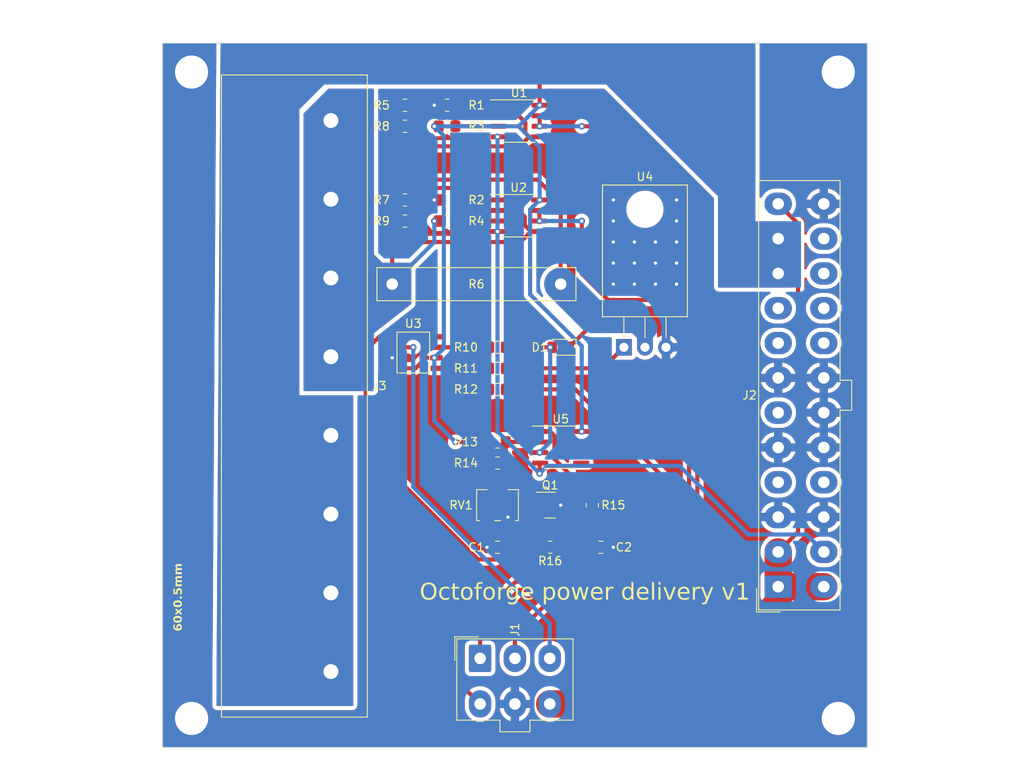
<source format=kicad_pcb>
(kicad_pcb (version 20221018) (generator pcbnew)
  (layers (0 "F.Cu" signal) (31 "B.Cu" signal) (34 "B.Paste" user) (35 "F.Paste" user) (36 "B.SilkS" user "B.Silkscreen") (37 "F.SilkS" user "F.Silkscreen") (38 "B.Mask" user) (39 "F.Mask" user) (44 "Edge.Cuts" user))
  (net 0 "")
  (net 1 "Net-(Q1-B)")
  (net 2 "GND")
  (net 3 "Net-(D1-K)")
  (net 4 "Net-(D1-A)")
  (net 5 "current_sense_out")
  (net 6 "voltage_sense_out")
  (net 7 "mc_trigger")
  (net 8 "fault_signal")
  (net 9 "+3.3V")
  (net 14 "+12V")
  (net 15 "-12V")
  (net 21 "load")
  (net 22 "Net-(Q1-C)")
  (net 23 "Net-(U5A--)")
  (net 25 "Net-(U3-ENA)")
  (net 26 "Net-(U1A-+)")
  (net 27 "Net-(U2A-+)")
  (net 28 "Net-(U1A--)")
  (net 29 "Net-(U2A--)")
  (net 30 "Net-(U1B-+)")
  (net 31 "Net-(U2B-+)")
  (net 32 "Net-(U3-OUTA)")
  (net 33 "Net-(U4-GATE)")
  (net 34 "Net-(U3-OUTB)")
  (net 35 "Net-(R14-Pad2)")
  (net 36 "Net-(R15-Pad1)")
  (footprint "Resistor_SMD:R_0805_2012Metric_Pad1.20x1.40mm_HandSolder" (layer "F.Cu") (at 152.4 92.71 180)
    (fp_text reference "R10" (at 3.81 0) (layer "F.SilkS"))
    (fp_text value "100K")
    (fp_line (start -0.227064 -0.735) (end 0.227064 -0.735) (stroke (width 0.12)) (layer "F.SilkS"))
    (fp_line (start -0.227064 0.735) (end 0.227064 0.735) (stroke (width 0.12)) (layer "F.SilkS"))
    (pad "1" smd roundrect (at -1 0 180) (size 1.2 1.4) (layers "F.Cu" "F.Paste" "F.Mask") (roundrect_rratio 0.2083333333) (net 4 "Net-(D1-A)"))
    (pad "2" smd roundrect (at 1 0 180) (size 1.2 1.4) (layers "F.Cu" "F.Paste" "F.Mask") (roundrect_rratio 0.2083333333) (net 32 "Net-(U3-OUTA)"))
  )
  (footprint "Connector_Molex:Molex_Mini-Fit_Jr_5566-06A_2x03_P4.20mm_Vertical" (layer "F.Cu") (at 150.3 130.25)
    (fp_text reference "J1" (at 4.2 -3.45 90) (layer "F.SilkS"))
    (fp_text value "Conn_01x06_Pin")
    (fp_line (start -3.05 -2.6) (end -3.05 0.25) (stroke (width 0.12)) (layer "F.SilkS"))
    (fp_line (start -2.81 -2.36) (end -2.81 7.46) (stroke (width 0.12)) (layer "F.SilkS"))
    (fp_line (start -2.81 7.46) (end 2.39 7.46) (stroke (width 0.12)) (layer "F.SilkS"))
    (fp_line (start -0.2 -2.6) (end -3.05 -2.6) (stroke (width 0.12)) (layer "F.SilkS"))
    (fp_line (start 2.39 7.46) (end 2.39 8.86) (stroke (width 0.12)) (layer "F.SilkS"))
    (fp_line (start 2.39 8.86) (end 4.2 8.86) (stroke (width 0.12)) (layer "F.SilkS"))
    (fp_line (start 4.2 -2.36) (end -2.81 -2.36) (stroke (width 0.12)) (layer "F.SilkS"))
    (fp_line (start 4.2 -2.36) (end 11.21 -2.36) (stroke (width 0.12)) (layer "F.SilkS"))
    (fp_line (start 6.01 7.46) (end 6.01 8.86) (stroke (width 0.12)) (layer "F.SilkS"))
    (fp_line (start 6.01 8.86) (end 4.2 8.86) (stroke (width 0.12)) (layer "F.SilkS"))
    (fp_line (start 11.21 -2.36) (end 11.21 7.46) (stroke (width 0.12)) (layer "F.SilkS"))
    (fp_line (start 11.21 7.46) (end 6.01 7.46) (stroke (width 0.12)) (layer "F.SilkS"))
    (pad "1" thru_hole roundrect (at 0 0) (size 2.7 3.3) (drill 1.4) (layers "*.Cu" "*.Mask") (roundrect_rratio 0.09259296296) (net 5 "current_sense_out"))
    (pad "2" thru_hole oval (at 4.2 0) (size 2.7 3.3) (drill 1.4) (layers "*.Cu" "*.Mask") (net 6 "voltage_sense_out"))
    (pad "3" thru_hole oval (at 8.4 0) (size 2.7 3.3) (drill 1.4) (layers "*.Cu" "*.Mask") (net 7 "mc_trigger"))
    (pad "4" thru_hole oval (at 0 5.5) (size 2.7 3.3) (drill 1.4) (layers "*.Cu" "*.Mask") (net 8 "fault_signal"))
    (pad "5" thru_hole oval (at 4.2 5.5) (size 2.7 3.3) (drill 1.4) (layers "*.Cu" "*.Mask") (net 2 "GND"))
    (pad "6" thru_hole oval (at 8.4 5.5) (size 2.7 3.3) (drill 1.4) (layers "*.Cu" "*.Mask") (net 9 "+3.3V"))
  )
  (footprint "Home_Made:YK4410403000G" (layer "F.Cu") (at 136.705 59.845 180)
    (fp_text reference "J3" (at -1.455 -37.525 unlocked) (layer "F.SilkS"))
    (fp_text value "Screw_Terminal_01x08")
    (fp_rect (start 0 0) (end 17.6 -77.5) (stroke (width 0.12)) (fill none) (layer "F.SilkS"))
    (pad "1" thru_hole circle (at 4.4 -5.5 180) (size 2.8 2.8) (drill 1.8) (layers "*.Cu" "*.Mask") (net 21 "load"))
    (pad "2" thru_hole circle (at 4.4 -15 180) (size 2.8 2.8) (drill 1.8) (layers "*.Cu" "*.Mask") (net 21 "load"))
    (pad "3" thru_hole circle (at 4.4 -24.5 180) (size 2.8 2.8) (drill 1.8) (layers "*.Cu" "*.Mask") (net 21 "load"))
    (pad "4" thru_hole circle (at 4.4 -34 180) (size 2.8 2.8) (drill 1.8) (layers "*.Cu" "*.Mask") (net 21 "load"))
    (pad "5" thru_hole circle (at 4.4 -43.5 180) (size 2.8 2.8) (drill 1.8) (layers "*.Cu" "*.Mask") (net 14 "+12V"))
    (pad "6" thru_hole circle (at 4.4 -53 180) (size 2.8 2.8) (drill 1.8) (layers "*.Cu" "*.Mask") (net 14 "+12V"))
    (pad "7" thru_hole circle (at 4.4 -62.5 180) (size 2.8 2.8) (drill 1.8) (layers "*.Cu" "*.Mask") (net 14 "+12V"))
    (pad "8" thru_hole circle (at 4.4 -72 180) (size 2.8 2.8) (drill 1.8) (layers "*.Cu" "*.Mask") (net 14 "+12V"))
  )
  (footprint "Package_SO:SOIC-8_3.9x4.9mm_P1.27mm" (layer "F.Cu") (at 155.005 65.405)
    (fp_text reference "U1" (at 0 -3.4) (layer "F.SilkS"))
    (fp_text value "Opamp_Dual")
    (fp_line (start 0 -2.56) (end -3.45 -2.56) (stroke (width 0.12)) (layer "F.SilkS"))
    (fp_line (start 0 -2.56) (end 1.95 -2.56) (stroke (width 0.12)) (layer "F.SilkS"))
    (fp_line (start 0 2.56) (end -1.95 2.56) (stroke (width 0.12)) (layer "F.SilkS"))
    (fp_line (start 0 2.56) (end 1.95 2.56) (stroke (width 0.12)) (layer "F.SilkS"))
    (pad "1" smd roundrect (at -2.475 -1.905) (size 1.95 0.6) (layers "F.Cu" "F.Paste" "F.Mask") (net 30 "Net-(U1B-+)"))
    (pad "2" smd roundrect (at -2.475 -0.635) (size 1.95 0.6) (layers "F.Cu" "F.Paste" "F.Mask") (net 28 "Net-(U1A--)"))
    (pad "3" smd roundrect (at -2.475 0.635) (size 1.95 0.6) (layers "F.Cu" "F.Paste" "F.Mask") (net 26 "Net-(U1A-+)"))
    (pad "4" smd roundrect (at -2.475 1.905) (size 1.95 0.6) (layers "F.Cu" "F.Paste" "F.Mask") (net 15 "-12V"))
    (pad "5" smd roundrect (at 2.475 1.905) (size 1.95 0.6) (layers "F.Cu" "F.Paste" "F.Mask") (net 30 "Net-(U1B-+)"))
    (pad "6" smd roundrect (at 2.475 0.635) (size 1.95 0.6) (layers "F.Cu" "F.Paste" "F.Mask") (net 6 "voltage_sense_out"))
    (pad "7" smd roundrect (at 2.475 -0.635) (size 1.95 0.6) (layers "F.Cu" "F.Paste" "F.Mask") (net 6 "voltage_sense_out"))
    (pad "8" smd roundrect (at 2.475 -1.905) (size 1.95 0.6) (layers "F.Cu" "F.Paste" "F.Mask") (net 14 "+12V"))
  )
  (footprint "Diode_SMD:D_0805_2012Metric_Pad1.15x1.40mm_HandSolder" (layer "F.Cu") (at 160.02 92.71 180)
    (fp_text reference "D1" (at 2.54 0 180) (layer "F.SilkS"))
    (fp_text value "1N4001")
    (fp_line (start -1.86 -0.96) (end -1.86 0.96) (stroke (width 0.12)) (layer "F.SilkS"))
    (fp_line (start -1.86 0.96) (end 1 0.96) (stroke (width 0.12)) (layer "F.SilkS"))
    (fp_line (start 1 -0.96) (end -1.86 -0.96) (stroke (width 0.12)) (layer "F.SilkS"))
    (pad "1" smd roundrect (at -1.025 0 180) (size 1.15 1.4) (layers "F.Cu" "F.Paste" "F.Mask") (roundrect_rratio 0.2173913043) (net 3 "Net-(D1-K)"))
    (pad "2" smd roundrect (at 1.025 0 180) (size 1.15 1.4) (layers "F.Cu" "F.Paste" "F.Mask") (roundrect_rratio 0.2173913043) (net 4 "Net-(D1-A)"))
  )
  (footprint "Home_Made:SR52L500FE66" (layer "F.Cu") (at 149.86 85.09)
    (fp_text reference "R6" (at 0 0 unlocked) (layer "F.SilkS"))
    (fp_text value "0.0025")
    (fp_rect (start -12 -2) (end 12 2) (stroke (width 0.12)) (fill none) (layer "F.SilkS"))
    (pad "1" thru_hole circle (at -10.16 0) (size 2.4 2.4) (drill 1.4) (layers "*.Cu" "*.Mask") (net 21 "load"))
    (pad "2" thru_hole circle (at 10.16 0) (size 2.4 2.4) (drill 1.4) (layers "*.Cu" "*.Mask") (net 3 "Net-(D1-K)"))
  )
  (footprint "Resistor_SMD:R_0805_2012Metric_Pad1.20x1.40mm_HandSolder" (layer "F.Cu") (at 146.32 77.47)
    (fp_text reference "R4" (at 3.54 0) (layer "F.SilkS"))
    (fp_text value "1K")
    (fp_line (start -0.227064 -0.735) (end 0.227064 -0.735) (stroke (width 0.12)) (layer "F.SilkS"))
    (fp_line (start -0.227064 0.735) (end 0.227064 0.735) (stroke (width 0.12)) (layer "F.SilkS"))
    (pad "1" smd roundrect (at -1 0) (size 1.2 1.4) (layers "F.Cu" "F.Paste" "F.Mask") (roundrect_rratio 0.2083333333) (net 21 "load"))
    (pad "2" smd roundrect (at 1 0) (size 1.2 1.4) (layers "F.Cu" "F.Paste" "F.Mask") (roundrect_rratio 0.2083333333) (net 27 "Net-(U2A-+)"))
  )
  (footprint "Home_Made:Infineon_PG-DSO-8-60" (layer "F.Cu") (at 142.24 93.345)
    (fp_text reference "U3" (at 0 -3.5) (layer "F.SilkS"))
    (fp_text value "2EDN8524FXTMA1")
    (fp_rect (start -1.97 -2.465) (end 1.97 2.465) (stroke (width 0.12)) (fill none) (layer "F.SilkS"))
    (pad "1" smd rect (at -2.825 -1.905) (size 1.45 0.65) (layers "F.Cu" "F.Paste" "F.Mask") (net 25 "Net-(U3-ENA)"))
    (pad "2" smd rect (at -2.825 -0.635) (size 1.45 0.65) (layers "F.Cu" "F.Paste" "F.Mask") (net 7 "mc_trigger"))
    (pad "3" smd rect (at -2.825 0.635) (size 1.45 0.65) (layers "F.Cu" "F.Paste" "F.Mask") (net 2 "GND"))
    (pad "4" smd rect (at -2.825 1.905) (size 1.45 0.6) (layers "F.Cu" "F.Paste" "F.Mask") (net 14 "+12V"))
    (pad "5" smd rect (at 2.825 1.905) (size 1.45 0.65) (layers "F.Cu" "F.Paste" "F.Mask") (net 34 "Net-(U3-OUTB)"))
    (pad "6" smd rect (at 2.825 0.635) (size 1.45 0.65) (layers "F.Cu" "F.Paste" "F.Mask") (net 14 "+12V"))
    (pad "7" smd rect (at 2.825 -0.635) (size 1.45 0.65) (layers "F.Cu" "F.Paste" "F.Mask") (net 32 "Net-(U3-OUTA)"))
    (pad "8" smd rect (at 2.825 -1.905) (size 1.45 0.65) (layers "F.Cu" "F.Paste" "F.Mask") (net 25 "Net-(U3-ENA)"))
  )
  (footprint "Potentiometer_SMD:Potentiometer_Bourns_3224W_Vertical" (layer "F.Cu") (at 152.4 111.76 180)
    (fp_text reference "RV1" (at 4.4 0) (layer "F.SilkS"))
    (fp_text value "10K")
    (fp_line (start -2.52 -1.87) (end -2.52 1.87) (stroke (width 0.12)) (layer "F.SilkS"))
    (fp_line (start -2.52 -1.87) (end -2.14 -1.87) (stroke (width 0.12)) (layer "F.SilkS"))
    (fp_line (start -2.52 1.87) (end -1.24 1.87) (stroke (width 0.12)) (layer "F.SilkS"))
    (fp_line (start -0.36 -1.87) (end 0.36 -1.87) (stroke (width 0.12)) (layer "F.SilkS"))
    (fp_line (start 1.24 1.87) (end 2.52 1.87) (stroke (width 0.12)) (layer "F.SilkS"))
    (fp_line (start 2.14 -1.87) (end 2.52 -1.87) (stroke (width 0.12)) (layer "F.SilkS"))
    (fp_line (start 2.52 -1.87) (end 2.52 1.87) (stroke (width 0.12)) (layer "F.SilkS"))
    (pad "1" smd rect (at 1.25 -1.45 180) (size 1.3 1.6) (layers "F.Cu" "F.Paste" "F.Mask"))
    (pad "2" smd rect (at 0 1.45 180) (size 2 1.6) (layers "F.Cu" "F.Paste" "F.Mask") (net 35 "Net-(R14-Pad2)"))
    (pad "3" smd rect (at -1.25 -1.45 180) (size 1.3 1.6) (layers "F.Cu" "F.Paste" "F.Mask") (net 2 "GND"))
  )
  (footprint "Package_TO_SOT_SMD:SOT-23" (layer "F.Cu") (at 158.75 111.76)
    (fp_text reference "Q1" (at 0 -2.4) (layer "F.SilkS"))
    (fp_text value "Q_NPN_CBE")
    (fp_line (start 0 -1.56) (end -1.675 -1.56) (stroke (width 0.12)) (layer "F.SilkS"))
    (fp_line (start 0 -1.56) (end 0.65 -1.56) (stroke (width 0.12)) (layer "F.SilkS"))
    (fp_line (start 0 1.56) (end -0.65 1.56) (stroke (width 0.12)) (layer "F.SilkS"))
    (fp_line (start 0 1.56) (end 0.65 1.56) (stroke (width 0.12)) (layer "F.SilkS"))
    (pad "1" smd roundrect (at -0.9375 -0.95) (size 1.475 0.6) (layers "F.Cu" "F.Paste" "F.Mask") (net 22 "Net-(Q1-C)"))
    (pad "2" smd roundrect (at -0.9375 0.95) (size 1.475 0.6) (layers "F.Cu" "F.Paste" "F.Mask") (net 1 "Net-(Q1-B)"))
    (pad "3" smd roundrect (at 0.9375 0) (size 1.475 0.6) (layers "F.Cu" "F.Paste" "F.Mask") (net 2 "GND"))
  )
  (footprint "Resistor_SMD:R_0805_2012Metric_Pad1.20x1.40mm_HandSolder" (layer "F.Cu") (at 158.75 116.84 180)
    (fp_text reference "R16" (at 0 -1.65) (layer "F.SilkS"))
    (fp_text value "22")
    (fp_line (start -0.227064 -0.735) (end 0.227064 -0.735) (stroke (width 0.12)) (layer "F.SilkS"))
    (fp_line (start -0.227064 0.735) (end 0.227064 0.735) (stroke (width 0.12)) (layer "F.SilkS"))
    (pad "1" smd roundrect (at -1 0 180) (size 1.2 1.4) (layers "F.Cu" "F.Paste" "F.Mask") (roundrect_rratio 0.2083333333) (net 22 "Net-(Q1-C)"))
    (pad "2" smd roundrect (at 1 0 180) (size 1.2 1.4) (layers "F.Cu" "F.Paste" "F.Mask") (roundrect_rratio 0.2083333333) (net 25 "Net-(U3-ENA)"))
  )
  (footprint "Capacitor_SMD:C_0805_2012Metric_Pad1.18x1.45mm_HandSolder" (layer "F.Cu") (at 152.4 116.84 180)
    (fp_text reference "C1" (at 2.54 0) (layer "F.SilkS"))
    (fp_text value "100n")
    (fp_line (start -0.261252 -0.735) (end 0.261252 -0.735) (stroke (width 0.12)) (layer "F.SilkS"))
    (fp_line (start -0.261252 0.735) (end 0.261252 0.735) (stroke (width 0.12)) (layer "F.SilkS"))
    (pad "1" smd roundrect (at -1.0375 0 180) (size 1.175 1.45) (layers "F.Cu" "F.Paste" "F.Mask") (roundrect_rratio 0.2127659574) (net 25 "Net-(U3-ENA)"))
    (pad "2" smd roundrect (at 1.0375 0 180) (size 1.175 1.45) (layers "F.Cu" "F.Paste" "F.Mask") (roundrect_rratio 0.2127659574) (net 2 "GND"))
  )
  (footprint "Resistor_SMD:R_0805_2012Metric_Pad1.20x1.40mm_HandSolder" (layer "F.Cu") (at 141.24 66.04 180)
    (fp_text reference "R8" (at 2.81 0) (layer "F.SilkS"))
    (fp_text value "100K")
    (fp_line (start -0.227064 -0.735) (end 0.227064 -0.735) (stroke (width 0.12)) (layer "F.SilkS"))
    (fp_line (start -0.227064 0.735) (end 0.227064 0.735) (stroke (width 0.12)) (layer "F.SilkS"))
    (pad "1" smd roundrect (at -1 0 180) (size 1.2 1.4) (layers "F.Cu" "F.Paste" "F.Mask") (roundrect_rratio 0.2083333333) (net 28 "Net-(U1A--)"))
    (pad "2" smd roundrect (at 1 0 180) (size 1.2 1.4) (layers "F.Cu" "F.Paste" "F.Mask") (roundrect_rratio 0.2083333333) (net 30 "Net-(U1B-+)"))
  )
  (footprint "Capacitor_SMD:C_0805_2012Metric_Pad1.18x1.45mm_HandSolder" (layer "F.Cu") (at 164.8675 116.84)
    (fp_text reference "C2" (at 2.7725 0) (layer "F.SilkS"))
    (fp_text value "1n")
    (fp_line (start -0.261252 -0.735) (end 0.261252 -0.735) (stroke (width 0.12)) (layer "F.SilkS"))
    (fp_line (start -0.261252 0.735) (end 0.261252 0.735) (stroke (width 0.12)) (layer "F.SilkS"))
    (pad "1" smd roundrect (at -1.0375 0) (size 1.175 1.45) (layers "F.Cu" "F.Paste" "F.Mask") (roundrect_rratio 0.2127659574) (net 1 "Net-(Q1-B)"))
    (pad "2" smd roundrect (at 1.0375 0) (size 1.175 1.45) (layers "F.Cu" "F.Paste" "F.Mask") (roundrect_rratio 0.2127659574) (net 2 "GND"))
  )
  (footprint "Package_SO:SOIC-8_3.9x4.9mm_P1.27mm" (layer "F.Cu") (at 160.02 104.775)
    (fp_text reference "U5" (at 0 -3.4) (layer "F.SilkS"))
    (fp_text value "Opamp_Dual")
    (fp_line (start 0 -2.56) (end -3.45 -2.56) (stroke (width 0.12)) (layer "F.SilkS"))
    (fp_line (start 0 -2.56) (end 1.95 -2.56) (stroke (width 0.12)) (layer "F.SilkS"))
    (fp_line (start 0 2.56) (end -1.95 2.56) (stroke (width 0.12)) (layer "F.SilkS"))
    (fp_line (start 0 2.56) (end 1.95 2.56) (stroke (width 0.12)) (layer "F.SilkS"))
    (pad "1" smd roundrect (at -2.475 -1.905) (size 1.95 0.6) (layers "F.Cu" "F.Paste" "F.Mask") (net 36 "Net-(R15-Pad1)"))
    (pad "2" smd roundrect (at -2.475 -0.635) (size 1.95 0.6) (layers "F.Cu" "F.Paste" "F.Mask") (net 23 "Net-(U5A--)"))
    (pad "3" smd roundrect (at -2.475 0.635) (size 1.95 0.6) (layers "F.Cu" "F.Paste" "F.Mask") (net 4 "Net-(D1-A)"))
    (pad "4" smd roundrect (at -2.475 1.905) (size 1.95 0.6) (layers "F.Cu" "F.Paste" "F.Mask") (net 15 "-12V"))
    (pad "5" smd roundrect (at 2.475 1.905) (size 1.95 0.6) (layers "F.Cu" "F.Paste" "F.Mask"))
    (pad "6" smd roundrect (at 2.475 0.635) (size 1.95 0.6) (layers "F.Cu" "F.Paste" "F.Mask"))
    (pad "7" smd roundrect (at 2.475 -0.635) (size 1.95 0.6) (layers "F.Cu" "F.Paste" "F.Mask"))
    (pad "8" smd roundrect (at 2.475 -1.905) (size 1.95 0.6) (layers "F.Cu" "F.Paste" "F.Mask") (net 14 "+12V"))
  )
  (footprint "Resistor_SMD:R_0805_2012Metric_Pad1.20x1.40mm_HandSolder" (layer "F.Cu") (at 152.4 106.68 180)
    (fp_text reference "R14" (at 3.81 0) (layer "F.SilkS"))
    (fp_text value "100K")
    (fp_line (start -0.227064 -0.735) (end 0.227064 -0.735) (stroke (width 0.12)) (layer "F.SilkS"))
    (fp_line (start -0.227064 0.735) (end 0.227064 0.735) (stroke (width 0.12)) (layer "F.SilkS"))
    (pad "1" smd roundrect (at -1 0 180) (size 1.2 1.4) (layers "F.Cu" "F.Paste" "F.Mask") (roundrect_rratio 0.2083333333) (net 23 "Net-(U5A--)"))
    (pad "2" smd roundrect (at 1 0 180) (size 1.2 1.4) (layers "F.Cu" "F.Paste" "F.Mask") (roundrect_rratio 0.2083333333) (net 35 "Net-(R14-Pad2)"))
  )
  (footprint "Connector_Molex:Molex_Mini-Fit_Jr_5566-24A_2x12_P4.20mm_Vertical" (layer "F.Cu") (at 186.25 121.6 90)
    (fp_text reference "J2" (at 23.1 -3.45 180) (layer "F.SilkS"))
    (fp_text value "Conn_01x24_Socket")
    (fp_line (start -3.05 -2.6) (end -3.05 0.25) (stroke (width 0.12)) (layer "F.SilkS"))
    (fp_line (start -2.81 -2.36) (end -2.81 7.46) (stroke (width 0.12)) (layer "F.SilkS"))
    (fp_line (start -2.81 7.46) (end 21.29 7.46) (stroke (width 0.12)) (layer "F.SilkS"))
    (fp_line (start -0.2 -2.6) (end -3.05 -2.6) (stroke (width 0.12)) (layer "F.SilkS"))
    (fp_line (start 21.29 7.46) (end 21.29 8.86) (stroke (width 0.12)) (layer "F.SilkS"))
    (fp_line (start 21.29 8.86) (end 23.1 8.86) (stroke (width 0.12)) (layer "F.SilkS"))
    (fp_line (start 23.1 -2.36) (end -2.81 -2.36) (stroke (width 0.12)) (layer "F.SilkS"))
    (fp_line (start 23.1 -2.36) (end 49.01 -2.36) (stroke (width 0.12)) (layer "F.SilkS"))
    (fp_line (start 24.91 7.46) (end 24.91 8.86) (stroke (width 0.12)) (layer "F.SilkS"))
    (fp_line (start 24.91 8.86) (end 23.1 8.86) (stroke (width 0.12)) (layer "F.SilkS"))
    (fp_line (start 49.01 -2.36) (end 49.01 7.46) (stroke (width 0.12)) (layer "F.SilkS"))
    (fp_line (start 49.01 7.46) (end 24.91 7.46) (stroke (width 0.12)) (layer "F.SilkS"))
    (pad "1" thru_hole roundrect (at 0 0 90) (size 2.7 3.3) (drill 1.4) (layers "*.Cu" "*.Mask") (roundrect_rratio 0.09259296296) (net 9 "+3.3V"))
    (pad "2" thru_hole oval (at 4.2 0 90) (size 2.7 3.3) (drill 1.4) (layers "*.Cu" "*.Mask") (net 9 "+3.3V"))
    (pad "3" thru_hole oval (at 8.4 0 90) (size 2.7 3.3) (drill 1.4) (layers "*.Cu" "*.Mask") (net 2 "GND"))
    (pad "4" thru_hole oval (at 12.6 0 90) (size 2.7 3.3) (drill 1.4) (layers "*.Cu" "*.Mask"))
    (pad "5" thru_hole oval (at 16.8 0 90) (size 2.7 3.3) (drill 1.4) (layers "*.Cu" "*.Mask") (net 2 "GND"))
    (pad "6" thru_hole oval (at 21 0 90) (size 2.7 3.3) (drill 1.4) (layers "*.Cu" "*.Mask"))
    (pad "7" thru_hole oval (at 25.2 0 90) (size 2.7 3.3) (drill 1.4) (layers "*.Cu" "*.Mask") (net 2 "GND"))
    (pad "8" thru_hole oval (at 29.4 0 90) (size 2.7 3.3) (drill 1.4) (layers "*.Cu" "*.Mask"))
    (pad "9" thru_hole oval (at 33.6 0 90) (size 2.7 3.3) (drill 1.4) (layers "*.Cu" "*.Mask"))
    (pad "10" thru_hole oval (at 37.8 0 90) (size 2.7 3.3) (drill 1.4) (layers "*.Cu" "*.Mask") (net 14 "+12V"))
    (pad "11" thru_hole oval (at 42 0 90) (size 2.7 3.3) (drill 1.4) (layers "*.Cu" "*.Mask") (net 14 "+12V"))
    (pad "12" thru_hole oval (at 46.2 0 90) (size 2.7 3.3) (drill 1.4) (layers "*.Cu" "*.Mask") (net 9 "+3.3V"))
    (pad "13" thru_hole oval (at 0 5.5 90) (size 2.7 3.3) (drill 1.4) (layers "*.Cu" "*.Mask") (net 9 "+3.3V"))
    (pad "14" thru_hole oval (at 4.2 5.5 90) (size 2.7 3.3) (drill 1.4) (layers "*.Cu" "*.Mask") (net 15 "-12V"))
    (pad "15" thru_hole oval (at 8.4 5.5 90) (size 2.7 3.3) (drill 1.4) (layers "*.Cu" "*.Mask") (net 2 "GND"))
    (pad "16" thru_hole oval (at 12.6 5.5 90) (size 2.7 3.3) (drill 1.4) (layers "*.Cu" "*.Mask"))
    (pad "17" thru_hole oval (at 16.8 5.5 90) (size 2.7 3.3) (drill 1.4) (layers "*.Cu" "*.Mask") (net 2 "GND"))
    (pad "18" thru_hole oval (at 21 5.5 90) (size 2.7 3.3) (drill 1.4) (layers "*.Cu" "*.Mask") (net 2 "GND"))
    (pad "19" thru_hole oval (at 25.2 5.5 90) (size 2.7 3.3) (drill 1.4) (layers "*.Cu" "*.Mask") (net 2 "GND"))
    (pad "20" thru_hole oval (at 29.4 5.5 90) (size 2.7 3.3) (drill 1.4) (layers "*.Cu" "*.Mask"))
    (pad "21" thru_hole oval (at 33.6 5.5 90) (size 2.7 3.3) (drill 1.4) (layers "*.Cu" "*.Mask"))
    (pad "22" thru_hole oval (at 37.8 5.5 90) (size 2.7 3.3) (drill 1.4) (layers "*.Cu" "*.Mask"))
    (pad "23" thru_hole oval (at 42 5.5 90) (size 2.7 3.3) (drill 1.4) (layers "*.Cu" "*.Mask"))
    (pad "24" thru_hole oval (at 46.2 5.5 90) (size 2.7 3.3) (drill 1.4) (layers "*.Cu" "*.Mask") (net 2 "GND"))
  )
  (footprint "Resistor_SMD:R_0805_2012Metric_Pad1.20x1.40mm_HandSolder" (layer "F.Cu") (at 141.24 77.47 180)
    (fp_text reference "R9" (at 2.81 0) (layer "F.SilkS"))
    (fp_text value "100K")
    (fp_line (start -0.227064 -0.735) (end 0.227064 -0.735) (stroke (width 0.12)) (layer "F.SilkS"))
    (fp_line (start -0.227064 0.735) (end 0.227064 0.735) (stroke (width 0.12)) (layer "F.SilkS"))
    (pad "1" smd roundrect (at -1 0 180) (size 1.2 1.4) (layers "F.Cu" "F.Paste" "F.Mask") (roundrect_rratio 0.2083333333) (net 29 "Net-(U2A--)"))
    (pad "2" smd roundrect (at 1 0 180) (size 1.2 1.4) (layers "F.Cu" "F.Paste" "F.Mask") (roundrect_rratio 0.2083333333) (net 31 "Net-(U2B-+)"))
  )
  (footprint "Resistor_SMD:R_0805_2012Metric_Pad1.20x1.40mm_HandSolder" (layer "F.Cu") (at 146.32 66.04)
    (fp_text reference "R3" (at 3.54 0) (layer "F.SilkS"))
    (fp_text value "100K")
    (fp_line (start -0.227064 -0.735) (end 0.227064 -0.735) (stroke (width 0.12)) (layer "F.SilkS"))
    (fp_line (start -0.227064 0.735) (end 0.227064 0.735) (stroke (width 0.12)) (layer "F.SilkS"))
    (pad "1" smd roundrect (at -1 0) (size 1.2 1.4) (layers "F.Cu" "F.Paste" "F.Mask") (roundrect_rratio 0.2083333333) (net 14 "+12V"))
    (pad "2" smd roundrect (at 1 0) (size 1.2 1.4) (layers "F.Cu" "F.Paste" "F.Mask") (roundrect_rratio 0.2083333333) (net 26 "Net-(U1A-+)"))
  )
  (footprint "Package_TO_SOT_THT:TO-220-3_Horizontal_TabDown" (layer "F.Cu") (at 167.64 92.71)
    (fp_text reference "U4" (at 2.54 -20.58) (layer "F.SilkS"))
    (fp_text value "IPP016N06NF2SAKMA1")
    (fp_line (start -2.58 -19.58) (end -2.58 -3.69) (stroke (width 0.12)) (layer "F.SilkS"))
    (fp_line (start -2.58 -19.58) (end 7.66 -19.58) (stroke (width 0.12)) (layer "F.SilkS"))
    (fp_line (start -2.58 -3.69) (end 7.66 -3.69) (stroke (width 0.12)) (layer "F.SilkS"))
    (fp_line (start 0 -3.69) (end 0 -1.15) (stroke (width 0.12)) (layer "F.SilkS"))
    (fp_line (start 2.54 -3.69) (end 2.54 -1.15) (stroke (width 0.12)) (layer "F.SilkS"))
    (fp_line (start 5.08 -3.69) (end 5.08 -1.15) (stroke (width 0.12)) (layer "F.SilkS"))
    (fp_line (start 7.66 -19.58) (end 7.66 -3.69) (stroke (width 0.12)) (layer "F.SilkS"))
    (pad "" np_thru_hole oval (at 2.54 -16.66) (size 3.5 3.5) (drill 3.5) (layers "*.Cu" "*.Mask"))
    (pad "1" thru_hole rect (at 0 0) (size 1.905 2) (drill 1.1) (layers "*.Cu" "*.Mask") (net 33 "Net-(U4-GATE)"))
    (pad "2" thru_hole oval (at 2.54 0) (size 1.905 2) (drill 1.1) (layers "*.Cu" "*.Mask") (net 3 "Net-(D1-K)"))
    (pad "3" thru_hole oval (at 5.08 0) (size 1.905 2) (drill 1.1) (layers "*.Cu" "*.Mask") (net 2 "GND"))
  )
  (footprint "Package_SO:SOIC-8_3.9x4.9mm_P1.27mm" (layer "F.Cu") (at 154.94 76.835)
    (fp_text reference "U2" (at 0 -3.4) (layer "F.SilkS"))
    (fp_text value "Opamp_Dual")
    (fp_line (start 0 -2.56) (end -3.45 -2.56) (stroke (width 0.12)) (layer "F.SilkS"))
    (fp_line (start 0 -2.56) (end 1.95 -2.56) (stroke (width 0.12)) (layer "F.SilkS"))
    (fp_line (start 0 2.56) (end -1.95 2.56) (stroke (width 0.12)) (layer "F.SilkS"))
    (fp_line (start 0 2.56) (end 1.95 2.56) (stroke (width 0.12)) (layer "F.SilkS"))
    (pad "1" smd roundrect (at -2.475 -1.905) (size 1.95 0.6) (layers "F.Cu" "F.Paste" "F.Mask") (net 31 "Net-(U2B-+)"))
    (pad "2" smd roundrect (at -2.475 -0.635) (size 1.95 0.6) (layers "F.Cu" "F.Paste" "F.Mask") (net 29 "Net-(U2A--)"))
    (pad "3" smd roundrect (at -2.475 0.635) (size 1.95 0.6) (layers "F.Cu" "F.Paste" "F.Mask") (net 27 "Net-(U2A-+)"))
    (pad "4" smd roundrect (at -2.475 1.905) (size 1.95 0.6) (layers "F.Cu" "F.Paste" "F.Mask") (net 15 "-12V"))
    (pad "5" smd roundrect (at 2.475 1.905) (size 1.95 0.6) (layers "F.Cu" "F.Paste" "F.Mask") (net 31 "Net-(U2B-+)"))
    (pad "6" smd roundrect (at 2.475 0.635) (size 1.95 0.6) (layers "F.Cu" "F.Paste" "F.Mask") (net 5 "current_sense_out"))
    (pad "7" smd roundrect (at 2.475 -0.635) (size 1.95 0.6) (layers "F.Cu" "F.Paste" "F.Mask") (net 5 "current_sense_out"))
    (pad "8" smd roundrect (at 2.475 -1.905) (size 1.95 0.6) (layers "F.Cu" "F.Paste" "F.Mask") (net 14 "+12V"))
  )
  (footprint "Resistor_SMD:R_0805_2012Metric_Pad1.20x1.40mm_HandSolder" (layer "F.Cu") (at 152.4 97.79)
    (fp_text reference "R12" (at -3.81 0) (layer "F.SilkS"))
    (fp_text value "1K")
    (fp_line (start -0.227064 -0.735) (end 0.227064 -0.735) (stroke (width 0.12)) (layer "F.SilkS"))
    (fp_line (start -0.227064 0.735) (end 0.227064 0.735) (stroke (width 0.12)) (layer "F.SilkS"))
    (pad "1" smd roundrect (at -1 0) (size 1.2 1.4) (layers "F.Cu" "F.Paste" "F.Mask") (roundrect_rratio 0.2083333333) (net 34 "Net-(U3-OUTB)"))
    (pad "2" smd roundrect (at 1 0) (size 1.2 1.4) (layers "F.Cu" "F.Paste" "F.Mask") (roundrect_rratio 0.2083333333) (net 8 "fault_signal"))
  )
  (footprint "Resistor_SMD:R_0805_2012Metric_Pad1.20x1.40mm_HandSolder" (layer "F.Cu") (at 146.32 74.93)
    (fp_text reference "R2" (at 3.54 0) (layer "F.SilkS"))
    (fp_text value "100K")
    (fp_line (start -0.227064 -0.735) (end 0.227064 -0.735) (stroke (width 0.12)) (layer "F.SilkS"))
    (fp_line (start -0.227064 0.735) (end 0.227064 0.735) (stroke (width 0.12)) (layer "F.SilkS"))
    (pad "1" smd roundrect (at -1 0) (size 1.2 1.4) (layers "F.Cu" "F.Paste" "F.Mask") (roundrect_rratio 0.2083333333) (net 2 "GND"))
    (pad "2" smd roundrect (at 1 0) (size 1.2 1.4) (layers "F.Cu" "F.Paste" "F.Mask") (roundrect_rratio 0.2083333333) (net 27 "Net-(U2A-+)"))
  )
  (footprint "Resistor_SMD:R_0805_2012Metric_Pad1.20x1.40mm_HandSolder" (layer "F.Cu") (at 152.4 95.25 180)
    (fp_text reference "R11" (at 3.81 0) (layer "F.SilkS"))
    (fp_text value "2.7")
    (fp_line (start -0.227064 -0.735) (end 0.227064 -0.735) (stroke (width 0.12)) (layer "F.SilkS"))
    (fp_line (start -0.227064 0.735) (end 0.227064 0.735) (stroke (width 0.12)) (layer "F.SilkS"))
    (pad "1" smd roundrect (at -1 0 180) (size 1.2 1.4) (layers "F.Cu" "F.Paste" "F.Mask") (roundrect_rratio 0.2083333333) (net 33 "Net-(U4-GATE)"))
    (pad "2" smd roundrect (at 1 0 180) (size 1.2 1.4) (layers "F.Cu" "F.Paste" "F.Mask") (roundrect_rratio 0.2083333333) (net 32 "Net-(U3-OUTA)"))
  )
  (footprint "Resistor_SMD:R_0805_2012Metric_Pad1.20x1.40mm_HandSolder" (layer "F.Cu") (at 152.4 104.14)
    (fp_text reference "R13" (at -3.81 0) (layer "F.SilkS"))
    (fp_text value "4.7K")
    (fp_line (start -0.227064 -0.735) (end 0.227064 -0.735) (stroke (width 0.12)) (layer "F.SilkS"))
    (fp_line (start -0.227064 0.735) (end 0.227064 0.735) (stroke (width 0.12)) (layer "F.SilkS"))
    (pad "1" smd roundrect (at -1 0) (size 1.2 1.4) (layers "F.Cu" "F.Paste" "F.Mask") (roundrect_rratio 0.2083333333) (net 14 "+12V"))
    (pad "2" smd roundrect (at 1 0) (size 1.2 1.4) (layers "F.Cu" "F.Paste" "F.Mask") (roundrect_rratio 0.2083333333) (net 23 "Net-(U5A--)"))
  )
  (footprint "Resistor_SMD:R_0805_2012Metric_Pad1.20x1.40mm_HandSolder" (layer "F.Cu") (at 163.83 111.76 -90)
    (fp_text reference "R15" (at 0 -2.54 -180) (layer "F.SilkS"))
    (fp_text value "1K")
    (fp_line (start -0.227064 -0.735) (end 0.227064 -0.735) (stroke (width 0.12)) (layer "F.SilkS"))
    (fp_line (start -0.227064 0.735) (end 0.227064 0.735) (stroke (width 0.12)) (layer "F.SilkS"))
    (pad "1" smd roundrect (at -1 0 270) (size 1.2 1.4) (layers "F.Cu" "F.Paste" "F.Mask") (roundrect_rratio 0.2083333333) (net 36 "Net-(R15-Pad1)"))
    (pad "2" smd roundrect (at 1 0 270) (size 1.2 1.4) (layers "F.Cu" "F.Paste" "F.Mask") (roundrect_rratio 0.2083333333) (net 1 "Net-(Q1-B)"))
  )
  (footprint "Resistor_SMD:R_0805_2012Metric_Pad1.20x1.40mm_HandSolder" (layer "F.Cu") (at 146.32 63.5)
    (fp_text reference "R1" (at 3.54 0) (layer "F.SilkS"))
    (fp_text value "100K")
    (fp_line (start -0.227064 -0.735) (end 0.227064 -0.735) (stroke (width 0.12)) (layer "F.SilkS"))
    (fp_line (start -0.227064 0.735) (end 0.227064 0.735) (stroke (width 0.12)) (layer "F.SilkS"))
    (pad "1" smd roundrect (at -1 0) (size 1.2 1.4) (layers "F.Cu" "F.Paste" "F.Mask") (roundrect_rratio 0.2083333333) (net 2 "GND"))
    (pad "2" smd roundrect (at 1 0) (size 1.2 1.4) (layers "F.Cu" "F.Paste" "F.Mask") (roundrect_rratio 0.2083333333) (net 26 "Net-(U1A-+)"))
  )
  (footprint "Resistor_SMD:R_0805_2012Metric_Pad1.20x1.40mm_HandSolder" (layer "F.Cu") (at 141.24 63.5)
    (fp_text reference "R5" (at -2.81 0) (layer "F.SilkS"))
    (fp_text value "100K")
    (fp_line (start -0.227064 -0.735) (end 0.227064 -0.735) (stroke (width 0.12)) (layer "F.SilkS"))
    (fp_line (start -0.227064 0.735) (end 0.227064 0.735) (stroke (width 0.12)) (layer "F.SilkS"))
    (pad "1" smd roundrect (at -1 0) (size 1.2 1.4) (layers "F.Cu" "F.Paste" "F.Mask") (roundrect_rratio 0.2083333333) (net 21 "load"))
    (pad "2" smd roundrect (at 1 0) (size 1.2 1.4) (layers "F.Cu" "F.Paste" "F.Mask") (roundrect_rratio 0.2083333333) (net 28 "Net-(U1A--)"))
  )
  (footprint "Resistor_SMD:R_0805_2012Metric_Pad1.20x1.40mm_HandSolder" (layer "F.Cu") (at 141.24 74.93)
    (fp_text reference "R7" (at -2.81 0) (layer "F.SilkS"))
    (fp_text value "1K")
    (fp_line (start -0.227064 -0.735) (end 0.227064 -0.735) (stroke (width 0.12)) (layer "F.SilkS"))
    (fp_line (start -0.227064 0.735) (end 0.227064 0.735) (stroke (width 0.12)) (layer "F.SilkS"))
    (pad "1" smd roundrect (at -1 0) (size 1.2 1.4) (layers "F.Cu" "F.Paste" "F.Mask") (roundrect_rratio 0.2083333333) (net 3 "Net-(D1-K)"))
    (pad "2" smd roundrect (at 1 0) (size 1.2 1.4) (layers "F.Cu" "F.Paste" "F.Mask") (roundrect_rratio 0.2083333333) (net 29 "Net-(U2A--)"))
  )
  (gr_rect (start 112 56) (end 197 141) (stroke (width 0.1)) (fill none) (layer "Edge.Cuts"))
  (gr_text "Octoforge power delivery v1" (at 143 123.5) (layer "F.SilkS") (effects (font (size 2 2)) (justify left bottom)))
  (gr_text "60x0.5mm" (at 114.5 127 90) (layer "F.SilkS") (effects (font (size 1 1) (thickness 0.25) bold) (justify left bottom)))
  (segment (start 115 68.5) (end 115 128.5) (width 0.5) (layer "F.Cu") (net 0))
  (segment (start 163.83 112.76) (end 163.68 112.91) (width 0.5) (layer "F.Cu") (net 1))
  (segment (start 158.627208 112.71) (end 157.8125 112.71) (width 0.5) (layer "F.Cu") (net 1))
  (segment (start 163.83 112.76) (end 163.83 116.84) (width 0.5) (layer "F.Cu") (net 1))
  (segment (start 163.68 112.91) (end 158.827208 112.91) (width 0.5) (layer "F.Cu") (net 1))
  (segment (start 158.827208 112.91) (end 158.627208 112.71) (width 0.5) (layer "F.Cu") (net 1))
  (via (at 168.91 82.55) (size 0.8) (drill 0.4) (layers "F.Cu" "B.Cu") (net 2))
  (via (at 166.37 85.09) (size 0.8) (drill 0.4) (layers "F.Cu" "B.Cu") (net 2))
  (via (at 171.45 85.09) (size 0.8) (drill 0.4) (layers "F.Cu" "B.Cu") (net 2))
  (via (at 139.7 93.98) (size 0.8) (drill 0.4) (layers "F.Cu" "B.Cu") (net 2))
  (via (at 171.45 82.55) (size 0.8) (drill 0.4) (layers "F.Cu" "B.Cu") (net 2))
  (via (at 173.99 74.93) (size 0.8) (drill 0.4) (layers "F.Cu" "B.Cu") (net 2))
  (via (at 173.99 82.55) (size 0.8) (drill 0.4) (layers "F.Cu" "B.Cu") (net 2))
  (via (at 173.99 80.01) (size 0.8) (drill 0.4) (layers "F.Cu" "B.Cu") (net 2))
  (via (at 115.5 137.5) (size 5) (drill 4) (layers "F.Cu" "B.Cu") (net 2))
  (via (at 153.65 113.21) (size 0.8) (drill 0.4) (layers "F.Cu" "B.Cu") (net 2))
  (via (at 173.99 85.09) (size 0.8) (drill 0.4) (layers "F.Cu" "B.Cu") (net 2))
  (via (at 168.91 80.01) (size 0.8) (drill 0.4) (layers "F.Cu" "B.Cu") (net 2))
  (via (at 173.99 77.47) (size 0.8) (drill 0.4) (layers "F.Cu" "B.Cu") (net 2))
  (via (at 168.91 85.09) (size 0.8) (drill 0.4) (layers "F.Cu" "B.Cu") (net 2))
  (via (at 166.37 116.84) (size 0.8) (drill 0.4) (layers "F.Cu" "B.Cu") (net 2))
  (via (at 151.13 116.84) (size 0.8) (drill 0.4) (layers "F.Cu" "B.Cu") (net 2))
  (via (at 171.45 80.01) (size 0.8) (drill 0.4) (layers "F.Cu" "B.Cu") (net 2))
  (via (at 166.37 80.01) (size 0.8) (drill 0.4) (layers "F.Cu" "B.Cu") (net 2))
  (via (at 166.37 82.55) (size 0.8) (drill 0.4) (layers "F.Cu" "B.Cu") (net 2))
  (via (at 144.78 63.5) (size 0.8) (drill 0.4) (layers "F.Cu" "B.Cu") (net 2))
  (via (at 160.02 111.76) (size 0.8) (drill 0.4) (layers "F.Cu" "B.Cu") (net 2))
  (via (at 166.37 74.93) (size 0.8) (drill 0.4) (layers "F.Cu" "B.Cu") (net 2))
  (via (at 193.5 59.5) (size 5) (drill 4) (layers "F.Cu" "B.Cu") (net 2))
  (via (at 166.37 77.47) (size 0.8) (drill 0.4) (layers "F.Cu" "B.Cu") (net 2))
  (via (at 193.5 137.5) (size 5) (drill 4) (layers "F.Cu" "B.Cu") (net 2))
  (via (at 144.78 74.93) (size 0.8) (drill 0.4) (layers "F.Cu" "B.Cu") (net 2))
  (via (at 115.5 59.5) (size 5) (drill 4) (layers "F.Cu" "B.Cu") (net 2))
  (segment (start 140.24 74.715786) (end 142.475786 72.48) (width 0.5) (layer "F.Cu") (net 3))
  (segment (start 142.475786 72.48) (end 157.212792 72.48) (width 0.5) (layer "F.Cu") (net 3))
  (segment (start 163.93 89) (end 167.97 89) (width 1.9) (layer "F.Cu") (net 3))
  (segment (start 160.02 75.287208) (end 160.02 85.09) (width 0.5) (layer "F.Cu") (net 3))
  (segment (start 167.97 89) (end 170.18 91.21) (width 1.9) (layer "F.Cu") (net 3))
  (segment (start 160.02 85.09) (end 163.93 89) (width 1.9) (layer "F.Cu") (net 3))
  (segment (start 157.212792 72.48) (end 160.02 75.287208) (width 0.5) (layer "F.Cu") (net 3))
  (segment (start 170.18 91.21) (end 170.18 92.71) (width 1.9) (layer "F.Cu") (net 3))
  (segment (start 161.045 92.71) (end 164.755 89) (width 0.5) (layer "F.Cu") (net 3))
  (segment (start 140.24 74.93) (end 140.24 74.715786) (width 0.5) (layer "F.Cu") (net 3))
  (segment (start 160.02 85.09) (end 163.93 89) (width 4) (layer "B.Cu") (net 3))
  (segment (start 168.7875 89) (end 170.18 90.3925) (width 3) (layer "B.Cu") (net 3))
  (segment (start 163.93 89) (end 168.7875 89) (width 4) (layer "B.Cu") (net 3))
  (segment (start 170.18 90.3925) (end 170.18 92.71) (width 1.905) (layer "B.Cu") (net 3))
  (segment (start 153.4 92.71) (end 158.75 92.71) (width 0.5) (layer "F.Cu") (net 4))
  (segment (start 158.75 92.71) (end 158.995 92.71) (width 0.5) (layer "F.Cu") (net 4))
  (via (at 158.75 92.71) (size 0.8) (drill 0.4) (layers "F.Cu" "B.Cu") (net 4))
  (via (at 157.48 105.41) (size 0.8) (drill 0.4) (layers "F.Cu" "B.Cu") (net 4))
  (segment (start 158.75 104.14) (end 157.48 105.41) (width 0.5) (layer "B.Cu") (net 4))
  (segment (start 158.75 92.71) (end 158.75 104.14) (width 0.5) (layer "B.Cu") (net 4))
  (segment (start 165.74 87) (end 172.5 87) (width 0.5) (layer "F.Cu") (net 5))
  (segment (start 150.3 126.7) (end 150.3 130.25) (width 0.5) (layer "F.Cu") (net 5))
  (segment (start 162.56 83.82) (end 165.74 87) (width 0.5) (layer "F.Cu") (net 5))
  (segment (start 155 122) (end 150.3 126.7) (width 0.5) (layer "F.Cu") (net 5))
  (segment (start 162.56 77.47) (end 162.56 83.82) (width 0.5) (layer "F.Cu") (net 5))
  (segment (start 175.5 90) (end 175.5 114) (width 0.5) (layer "F.Cu") (net 5))
  (segment (start 157.415 76.2) (end 157.48 77.47) (width 0.5) (layer "F.Cu") (net 5))
  (segment (start 175.5 114) (end 167.5 122) (width 0.5) (layer "F.Cu") (net 5))
  (segment (start 157.48 77.47) (end 157.415 77.47) (width 0.5) (layer "F.Cu") (net 5))
  (segment (start 167.5 122) (end 155 122) (width 0.5) (layer "F.Cu") (net 5))
  (segment (start 172.5 87) (end 175.5 90) (width 0.5) (layer "F.Cu") (net 5))
  (via (at 157.48 77.47) (size 0.8) (drill 0.4) (layers "F.Cu" "B.Cu") (net 5))
  (via (at 162.56 77.47) (size 0.8) (drill 0.4) (layers "F.Cu" "B.Cu") (net 5))
  (segment (start 157.48 77.47) (end 162.56 77.47) (width 0.5) (layer "B.Cu") (net 5))
  (segment (start 176.5 75.813654) (end 166.726346 66.04) (width 0.5) (layer "F.Cu") (net 6))
  (segment (start 154.5 127.464214) (end 158.964214 123) (width 0.5) (layer "F.Cu") (net 6))
  (segment (start 176.5 114.414214) (end 176.5 75.813654) (width 0.5) (layer "F.Cu") (net 6))
  (segment (start 166.726346 66.04) (end 162.56 66.04) (width 0.5) (layer "F.Cu") (net 6))
  (segment (start 157.48 66.04) (end 157.48 64.77) (width 0.5) (layer "F.Cu") (net 6))
  (segment (start 158.964214 123) (end 167.914214 123) (width 0.5) (layer "F.Cu") (net 6))
  (segment (start 167.914214 123) (end 176.5 114.414214) (width 0.5) (layer "F.Cu") (net 6))
  (segment (start 154.5 130.25) (end 154.5 127.464214) (width 0.5) (layer "F.Cu") (net 6))
  (via (at 157.48 66.04) (size 0.8) (drill 0.4) (layers "F.Cu" "B.Cu") (net 6))
  (via (at 162.56 66.04) (size 0.8) (drill 0.4) (layers "F.Cu" "B.Cu") (net 6))
  (segment (start 157.48 66.04) (end 162.56 66.04) (width 0.5) (layer "B.Cu") (net 6))
  (segment (start 139.415 92.71) (end 142.24 92.71) (width 0.5) (layer "F.Cu") (net 7))
  (via (at 142.24 92.71) (size 0.8) (drill 0.4) (layers "F.Cu" "B.Cu") (net 7))
  (segment (start 142.24 92.71) (end 142.24 109.576346) (width 0.5) (layer "B.Cu") (net 7))
  (segment (start 158.7 126.036346) (end 158.7 130.25) (width 0.5) (layer "B.Cu") (net 7))
  (segment (start 142.24 109.576346) (end 158.7 126.036346) (width 0.5) (layer "B.Cu") (net 7))
  (segment (start 174.5 113.585786) (end 167.085786 121) (width 0.5) (layer "F.Cu") (net 8))
  (segment (start 148.2 133.65) (end 150.3 135.75) (width 0.5) (layer "F.Cu") (net 8))
  (segment (start 148.2 127.385786) (end 148.2 133.65) (width 0.5) (layer "F.Cu") (net 8))
  (segment (start 161.79 97.79) (end 174.5 110.5) (width 0.5) (layer "F.Cu") (net 8))
  (segment (start 154.585786 121) (end 148.2 127.385786) (width 0.5) (layer "F.Cu") (net 8))
  (segment (start 153.4 97.79) (end 161.79 97.79) (width 0.5) (layer "F.Cu") (net 8))
  (segment (start 167.085786 121) (end 154.585786 121) (width 0.5) (layer "F.Cu") (net 8))
  (segment (start 174.5 110.5) (end 174.5 113.585786) (width 0.5) (layer "F.Cu") (net 8))
  (segment (start 158.7 135.75) (end 174.1 135.75) (width 3.3) (layer "F.Cu") (net 9))
  (segment (start 186.25 121.6) (end 186.25 123.6) (width 3.3) (layer "F.Cu") (net 9))
  (segment (start 188.65 77.8) (end 188.65 115) (width 0.5) (layer "F.Cu") (net 9))
  (segment (start 186.25 121.6) (end 191.75 121.6) (width 3.3) (layer "F.Cu") (net 9))
  (segment (start 188.65 115) (end 186.25 117.4) (width 0.5) (layer "F.Cu") (net 9))
  (segment (start 186.25 117.4) (end 186.25 121.6) (width 3.3) (layer "F.Cu") (net 9))
  (segment (start 186.25 75.4) (end 188.65 77.8) (width 0.5) (layer "F.Cu") (net 9))
  (segment (start 186.25 123.6) (end 174.1 135.75) (width 3.3) (layer "F.Cu") (net 9))
  (segment (start 143.785 93.98) (end 144.78 93.98) (width 0.5) (layer "F.Cu") (net 14))
  (segment (start 144.78 93.98) (end 145.065 93.98) (width 0.5) (layer "F.Cu") (net 14))
  (segment (start 139.415 95.25) (end 142.515 95.25) (width 0.5) (layer "F.Cu") (net 14))
  (segment (start 157.48 63.5) (end 157.48 59.69) (width 0.5) (layer "F.Cu") (net 14))
  (segment (start 142.515 95.25) (end 143.785 93.98) (width 0.5) (layer "F.Cu") (net 14))
  (segment (start 147.32 104.14) (end 151.4 104.14) (width 0.5) (layer "F.Cu") (net 14))
  (via (at 157.48 63.5) (size 0.8) (drill 0.4) (layers "F.Cu" "B.Cu") (net 14))
  (via (at 147.32 104.14) (size 0.8) (drill 0.4) (layers "F.Cu" "B.Cu") (net 14))
  (via (at 144.78 93.98) (size 0.8) (drill 0.4) (layers "F.Cu" "B.Cu") (net 14))
  (via (at 162.56 102.87) (size 0.8) (drill 0.4) (layers "F.Cu" "B.Cu") (net 14))
  (via (at 144.78 66.04) (size 0.8) (drill 0.4) (layers "F.Cu" "B.Cu") (net 14))
  (via (at 157.48 74.93) (size 0.8) (drill 0.4) (layers "F.Cu" "B.Cu") (net 14))
  (segment (start 144.78 66.04) (end 154.94 66.04) (width 0.5) (layer "B.Cu") (net 14))
  (segment (start 156.33 76.08) (end 157.48 74.93) (width 0.5) (layer "B.Cu") (net 14))
  (segment (start 157.48 68.58) (end 154.94 66.04) (width 0.5) (layer "B.Cu") (net 14))
  (segment (start 145.93 67.19) (end 145.93 92.83) (width 0.5) (layer "B.Cu") (net 14))
  (segment (start 162.56 102.87) (end 162.56 92.56) (width 0.5) (layer "B.Cu") (net 14))
  (segment (start 162.56 92.56) (end 156.33 86.33) (width 0.5) (layer "B.Cu") (net 14))
  (segment (start 144.78 66.04) (end 145.93 67.19) (width 0.5) (layer "B.Cu") (net 14))
  (segment (start 144.78 101.6) (end 147.32 104.14) (width 0.5) (layer "B.Cu") (net 14))
  (segment (start 157.48 74.93) (end 157.48 68.58) (width 0.5) (layer "B.Cu") (net 14))
  (segment (start 145.93 92.83) (end 144.78 93.98) (width 0.5) (layer "B.Cu") (net 14))
  (segment (start 156.33 86.33) (end 156.33 76.08) (width 0.5) (layer "B.Cu") (net 14))
  (segment (start 144.78 93.98) (end 144.78 101.6) (width 0.5) (layer "B.Cu") (net 14))
  (segment (start 154.94 66.04) (end 157.48 63.5) (width 0.5) (layer "B.Cu") (net 14))
  (segment (start 157.48 107.95) (end 157.48 106.745) (width 0.5) (layer "F.Cu") (net 15))
  (segment (start 157.48 106.745) (end 157.545 106.68) (width 0.5) (layer "F.Cu") (net 15))
  (via (at 152.4 78.74) (size 0.8) (drill 0.4) (layers "F.Cu" "B.Cu") (net 15))
  (via (at 157.48 107.95) (size 0.8) (drill 0.4) (layers "F.Cu" "B.Cu") (net 15))
  (via (at 152.4 67.31) (size 0.8) (drill 0.4) (layers "F.Cu" "B.Cu") (net 15))
  (segment (start 158.41 107.02) (end 174.339848 107.02) (width 0.5) (layer "B.Cu") (net 15))
  (segment (start 152.4 67.31) (end 152.4 78.74) (width 0.5) (layer "B.Cu") (net 15))
  (segment (start 189.65 115.3) (end 191.75 117.4) (width 0.5) (layer "B.Cu") (net 15))
  (segment (start 157.48 107.95) (end 158.41 107.02) (width 0.5) (layer "B.Cu") (net 15))
  (segment (start 157.48 107.95) (end 152.4 102.87) (width 0.5) (layer "B.Cu") (net 15))
  (segment (start 152.4 102.87) (end 152.4 78.74) (width 0.5) (layer "B.Cu") (net 15))
  (segment (start 174.339848 107.02) (end 182.619848 115.3) (width 0.5) (layer "B.Cu") (net 15))
  (segment (start 182.619848 115.3) (end 189.65 115.3) (width 0.5) (layer "B.Cu") (net 15))
  (segment (start 138.5 65.24) (end 140.24 63.5) (width 0.5) (layer "F.Cu") (net 21))
  (segment (start 139.7 81.7) (end 138.5 80.5) (width 0.5) (layer "F.Cu") (net 21))
  (segment (start 139.7 85.09) (end 139.7 81.7) (width 0.5) (layer "F.Cu") (net 21))
  (segment (start 138.5 80.5) (end 138.5 65.24) (width 0.5) (layer "F.Cu") (net 21))
  (via (at 144.78 77.47) (size 0.8) (drill 0.4) (layers "F.Cu" "B.Cu") (net 21))
  (segment (start 144.78 80.01) (end 139.7 85.09) (width 0.5) (layer "B.Cu") (net 21))
  (segment (start 144.78 77.47) (end 144.78 80.01) (width 0.5) (layer "B.Cu") (net 21))
  (segment (start 156.325 113.232792) (end 156.325 112.187208) (width 0.5) (layer "F.Cu") (net 22))
  (segment (start 159.75 115.3) (end 159.75 116.84) (width 0.5) (layer "F.Cu") (net 22))
  (segment (start 156.902209 113.810001) (end 156.325 113.232792) (width 0.5) (layer "F.Cu") (net 22))
  (segment (start 158.260001 113.810001) (end 156.902209 113.810001) (width 0.5) (layer "F.Cu") (net 22))
  (segment (start 158.260001 113.810001) (end 159.75 115.3) (width 0.5) (layer "F.Cu") (net 22))
  (segment (start 156.325 112.187208) (end 157.702208 110.81) (width 0.5) (layer "F.Cu") (net 22))
  (segment (start 157.702208 110.81) (end 157.8125 110.81) (width 0.5) (layer "F.Cu") (net 22))
  (segment (start 153.4 104.14) (end 157.545 104.14) (width 0.5) (layer "F.Cu") (net 23))
  (segment (start 153.4 106.68) (end 153.4 104.14) (width 0.5) (layer "F.Cu") (net 23))
  (segment (start 152.114214 118.315) (end 150.065 118.315) (width 0.5) (layer "F.Cu") (net 25))
  (segment (start 150.065 118.315) (end 136.5 104.75) (width 0.5) (layer "F.Cu") (net 25))
  (segment (start 157.75 116.84) (end 153.4375 116.84) (width 0.5) (layer "F.Cu") (net 25))
  (segment (start 153.4375 116.991714) (end 152.114214 118.315) (width 0.5) (layer "F.Cu") (net 25))
  (segment (start 145.065 91.44) (end 139.415 91.44) (width 0.5) (layer "F.Cu") (net 25))
  (segment (start 153.4375 116.84) (end 153.4375 116.991714) (width 0.5) (layer "F.Cu") (net 25))
  (segment (start 136.5 93.075) (end 138.135 91.44) (width 0.5) (layer "F.Cu") (net 25))
  (segment (start 138.135 91.44) (end 139.415 91.44) (width 0.5) (layer "F.Cu") (net 25))
  (segment (start 136.5 104.75) (end 136.5 93.075) (width 0.5) (layer "F.Cu") (net 25))
  (segment (start 147.32 63.5) (end 147.32 66.04) (width 0.5) (layer "F.Cu") (net 26))
  (segment (start 147.32 66.04) (end 152.53 66.04) (width 0.5) (layer "F.Cu") (net 26))
  (segment (start 147.32 74.93) (end 147.32 77.47) (width 0.5) (layer "F.Cu") (net 27))
  (segment (start 147.32 77.47) (end 152.465 77.47) (width 0.5) (layer "F.Cu") (net 27))
  (segment (start 150.804214 64.77) (end 148.084214 62.05) (width 0.5) (layer "F.Cu") (net 28))
  (segment (start 142.24 66.04) (end 142.24 63.5) (width 0.5) (layer "F.Cu") (net 28))
  (segment (start 152.53 64.77) (end 150.804214 64.77) (width 0.5) (layer "F.Cu") (net 28))
  (segment (start 148.084214 62.05) (end 143.69 62.05) (width 0.5) (layer "F.Cu") (net 28))
  (segment (start 143.69 62.05) (end 142.24 63.5) (width 0.5) (layer "F.Cu") (net 28))
  (segment (start 150.804214 76.2) (end 148.084214 73.48) (width 0.5) (layer "F.Cu") (net 29))
  (segment (start 152.465 76.2) (end 150.804214 76.2) (width 0.5) (layer "F.Cu") (net 29))
  (segment (start 142.24 77.47) (end 142.24 74.93) (width 0.5) (layer "F.Cu") (net 29))
  (segment (start 143.69 73.48) (end 142.24 74.93) (width 0.5) (layer "F.Cu") (net 29))
  (segment (start 148.084214 73.48) (end 143.69 73.48) (width 0.5) (layer "F.Cu") (net 29))
  (segment (start 140.24 66.254214) (end 140.24 66.04) (width 0.5) (layer "F.Cu") (net 30))
  (segment (start 152.53 63.5) (end 153.67 63.5) (width 0.5) (layer "F.Cu") (net 30))
  (segment (start 155.06 68.46) (end 142.445786 68.46) (width 0.5) (layer "F.Cu") (net 30))
  (segment (start 156.21 67.31) (end 157.48 67.31) (width 0.5) (layer "F.Cu") (net 30))
  (segment (start 142.445786 68.46) (end 140.24 66.254214) (width 0.5) (layer "F.Cu") (net 30))
  (segment (start 153.67 63.5) (end 155.755 65.585) (width 0.5) (layer "F.Cu") (net 30))
  (segment (start 155.755 66.855) (end 156.21 67.31) (width 0.5) (layer "F.Cu") (net 30))
  (segment (start 156.21 67.31) (end 155.06 68.46) (width 0.5) (layer "F.Cu") (net 30))
  (segment (start 155.755 65.585) (end 155.755 66.855) (width 0.5) (layer "F.Cu") (net 30))
  (segment (start 140.24 77.684214) (end 142.565786 80.01) (width 0.5) (layer "F.Cu") (net 31))
  (segment (start 140.24 77.47) (end 140.24 77.684214) (width 0.5) (layer "F.Cu") (net 31))
  (segment (start 152.465 74.93) (end 153.67 74.93) (width 0.5) (layer "F.Cu") (net 31))
  (segment (start 142.565786 80.01) (end 155.167208 80.01) (width 0.5) (layer "F.Cu") (net 31))
  (segment (start 155.69 77.992792) (end 156.437208 78.74) (width 0.5) (layer "F.Cu") (net 31))
  (segment (start 155.69 76.95) (end 155.69 77.992792) (width 0.5) (layer "F.Cu") (net 31))
  (segment (start 153.67 74.93) (end 155.69 76.95) (width 0.5) (layer "F.Cu") (net 31))
  (segment (start 155.167208 80.01) (end 156.437208 78.74) (width 0.5) (layer "F.Cu") (net 31))
  (segment (start 156.437208 78.74) (end 157.415 78.74) (width 0.5) (layer "F.Cu") (net 31))
  (segment (start 151.4 92.71) (end 145.065 92.71) (width 0.5) (layer "F.Cu") (net 32))
  (segment (start 151.4 95.25) (end 151.4 92.71) (width 0.5) (layer "F.Cu") (net 32))
  (segment (start 165.1 95.25) (end 167.64 92.71) (width 0.5) (layer "F.Cu") (net 33))
  (segment (start 153.4 95.25) (end 165.1 95.25) (width 0.5) (layer "F.Cu") (net 33))
  (segment (start 145.065 95.25) (end 148.86 95.25) (width 0.5) (layer "F.Cu") (net 34))
  (segment (start 148.86 95.25) (end 151.4 97.79) (width 0.5) (layer "F.Cu") (net 34))
  (segment (start 151.4 106.68) (end 151.4 109.31) (width 0.5) (layer "F.Cu") (net 35))
  (segment (start 151.4 109.31) (end 152.4 110.31) (width 0.5) (layer "F.Cu") (net 35))
  (segment (start 159.27 103.39) (end 158.75 102.87) (width 0.5) (layer "F.Cu") (net 36))
  (segment (start 159.27 106.2) (end 159.27 103.39) (width 0.5) (layer "F.Cu") (net 36))
  (segment (start 163.83 110.76) (end 159.27 106.2) (width 0.5) (layer "F.Cu") (net 36))
  (segment (start 158.75 102.87) (end 157.545 102.87) (width 0.5) (layer "F.Cu") (net 36))
  (zone (net 2) (net_name "GND") (layer "F.Cu") (priority 1) (connect_pads (clearance 0.5)) (min_thickness 0.25) (fill yes (thermal_gap 0.5) (thermal_bridge_width 1))
    (polygon (pts (xy 165.1 88.9) (xy 165.1 72.39) (xy 175.26 72.39) (xy 175.26 88.9)))
  )
  (zone (net 2) (net_name "GND") (layers "F&B.Cu") (connect_pads (clearance 0.5)) (min_thickness 0.3) (fill yes (thermal_gap 0.5) (thermal_bridge_width 1))
    (polygon (pts (xy 92.4 50.8) (xy 215.9 50.8) (xy 215.9 144.78) (xy 92.4 144.78)))
  )
  (zone (net 21) (net_name "load") (layers "F&B.Cu") (priority 3) (connect_pads yes (clearance 0.5)) (min_thickness 0.25) (fill yes (thermal_gap 0.5) (thermal_bridge_width 0.5))
    (polygon (pts (xy 129 64.5) (xy 129 98) (xy 137.5 98) (xy 137.5 91) (xy 142 87.5) (xy 142 82.5) (xy 138.5 82.5) (xy 137.5 81.5) (xy 137.5 61.5) (xy 132 61.5)))
  )
  (zone (net 14) (net_name "+12V") (layers "F&B.Cu") (priority 2) (connect_pads yes (clearance 0.5)) (min_thickness 0.25) (fill yes (thermal_gap 0.5) (thermal_bridge_width 0.5))
    (polygon (pts (xy 119 55) (xy 128.5 55) (xy 183.5 55) (xy 183.5 72.5) (xy 183.5 77.5) (xy 189 77.5) (xy 189 85.5) (xy 179 85.5) (xy 179 74.5) (xy 165.5 61) (xy 131.5 61) (xy 128.5 64) (xy 128.5 98.5) (xy 135 98.5) (xy 135 136) (xy 118.5 136)))
  )
)
</source>
